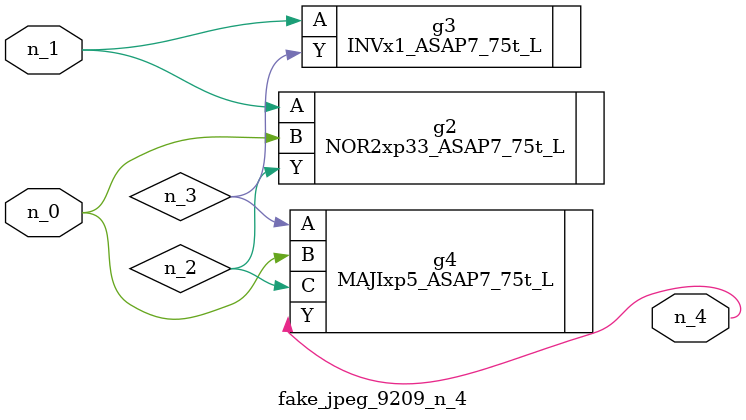
<source format=v>
module fake_jpeg_9209_n_4 (n_0, n_1, n_4);

input n_0;
input n_1;

output n_4;

wire n_3;
wire n_2;

NOR2xp33_ASAP7_75t_L g2 ( 
.A(n_1),
.B(n_0),
.Y(n_2)
);

INVx1_ASAP7_75t_L g3 ( 
.A(n_1),
.Y(n_3)
);

MAJIxp5_ASAP7_75t_L g4 ( 
.A(n_3),
.B(n_0),
.C(n_2),
.Y(n_4)
);


endmodule
</source>
